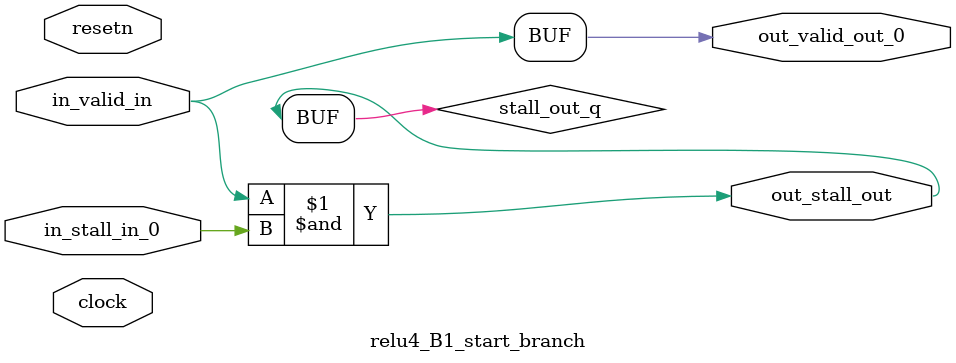
<source format=sv>



(* altera_attribute = "-name AUTO_SHIFT_REGISTER_RECOGNITION OFF; -name MESSAGE_DISABLE 10036; -name MESSAGE_DISABLE 10037; -name MESSAGE_DISABLE 14130; -name MESSAGE_DISABLE 14320; -name MESSAGE_DISABLE 15400; -name MESSAGE_DISABLE 14130; -name MESSAGE_DISABLE 10036; -name MESSAGE_DISABLE 12020; -name MESSAGE_DISABLE 12030; -name MESSAGE_DISABLE 12010; -name MESSAGE_DISABLE 12110; -name MESSAGE_DISABLE 14320; -name MESSAGE_DISABLE 13410; -name MESSAGE_DISABLE 113007; -name MESSAGE_DISABLE 10958" *)
module relu4_B1_start_branch (
    input wire [0:0] in_stall_in_0,
    input wire [0:0] in_valid_in,
    output wire [0:0] out_stall_out,
    output wire [0:0] out_valid_out_0,
    input wire clock,
    input wire resetn
    );

    wire [0:0] stall_out_q;


    // stall_out(LOGICAL,6)
    assign stall_out_q = in_valid_in & in_stall_in_0;

    // out_stall_out(GPOUT,4)
    assign out_stall_out = stall_out_q;

    // out_valid_out_0(GPOUT,5)
    assign out_valid_out_0 = in_valid_in;

endmodule

</source>
